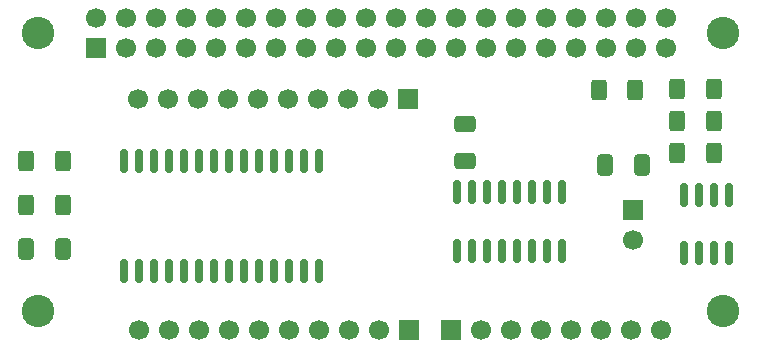
<source format=gts>
%TF.GenerationSoftware,KiCad,Pcbnew,9.0.2-9.0.2-0~ubuntu24.04.1*%
%TF.CreationDate,2025-07-08T16:58:14-04:00*%
%TF.ProjectId,GPIO_ADC_uHAT,4750494f-5f41-4444-935f-754841542e6b,rev?*%
%TF.SameCoordinates,Original*%
%TF.FileFunction,Soldermask,Top*%
%TF.FilePolarity,Negative*%
%FSLAX46Y46*%
G04 Gerber Fmt 4.6, Leading zero omitted, Abs format (unit mm)*
G04 Created by KiCad (PCBNEW 9.0.2-9.0.2-0~ubuntu24.04.1) date 2025-07-08 16:58:14*
%MOMM*%
%LPD*%
G01*
G04 APERTURE LIST*
G04 Aperture macros list*
%AMRoundRect*
0 Rectangle with rounded corners*
0 $1 Rounding radius*
0 $2 $3 $4 $5 $6 $7 $8 $9 X,Y pos of 4 corners*
0 Add a 4 corners polygon primitive as box body*
4,1,4,$2,$3,$4,$5,$6,$7,$8,$9,$2,$3,0*
0 Add four circle primitives for the rounded corners*
1,1,$1+$1,$2,$3*
1,1,$1+$1,$4,$5*
1,1,$1+$1,$6,$7*
1,1,$1+$1,$8,$9*
0 Add four rect primitives between the rounded corners*
20,1,$1+$1,$2,$3,$4,$5,0*
20,1,$1+$1,$4,$5,$6,$7,0*
20,1,$1+$1,$6,$7,$8,$9,0*
20,1,$1+$1,$8,$9,$2,$3,0*%
G04 Aperture macros list end*
%ADD10R,1.700000X1.700000*%
%ADD11C,1.700000*%
%ADD12RoundRect,0.250000X-0.400000X-0.625000X0.400000X-0.625000X0.400000X0.625000X-0.400000X0.625000X0*%
%ADD13RoundRect,0.150000X0.150000X-0.825000X0.150000X0.825000X-0.150000X0.825000X-0.150000X-0.825000X0*%
%ADD14RoundRect,0.250000X0.412500X0.650000X-0.412500X0.650000X-0.412500X-0.650000X0.412500X-0.650000X0*%
%ADD15C,2.750000*%
%ADD16RoundRect,0.150000X-0.150000X0.875000X-0.150000X-0.875000X0.150000X-0.875000X0.150000X0.875000X0*%
%ADD17RoundRect,0.250000X0.650000X-0.412500X0.650000X0.412500X-0.650000X0.412500X-0.650000X-0.412500X0*%
%ADD18RoundRect,0.250000X-0.412500X-0.650000X0.412500X-0.650000X0.412500X0.650000X-0.412500X0.650000X0*%
G04 APERTURE END LIST*
D10*
%TO.C,J3*%
X151860000Y-87550000D03*
D11*
X149320000Y-87550000D03*
X146780000Y-87550000D03*
X144240000Y-87550000D03*
X141700000Y-87550000D03*
X139160000Y-87550000D03*
X136620000Y-87550000D03*
X134080000Y-87550000D03*
X131540000Y-87550000D03*
X129000000Y-87550000D03*
%TD*%
D12*
%TO.C,R2*%
X174600000Y-72600000D03*
X177700000Y-72600000D03*
%TD*%
D13*
%TO.C,U3*%
X175160000Y-81100000D03*
X176430000Y-81100000D03*
X177700000Y-81100000D03*
X178970000Y-81100000D03*
X178970000Y-76150000D03*
X177700000Y-76150000D03*
X176430000Y-76150000D03*
X175160000Y-76150000D03*
%TD*%
D14*
%TO.C,C3*%
X171600000Y-73600000D03*
X168475000Y-73600000D03*
%TD*%
D12*
%TO.C,R6*%
X119450000Y-73250000D03*
X122550000Y-73250000D03*
%TD*%
%TO.C,R4*%
X174600000Y-69900000D03*
X177700000Y-69900000D03*
%TD*%
D15*
%TO.C,J1*%
X120500000Y-62450000D03*
X120500000Y-85950000D03*
X178500000Y-62450000D03*
X178500000Y-85950000D03*
D10*
X125370000Y-63740000D03*
D11*
X125370000Y-61200000D03*
X127910000Y-63740000D03*
X127910000Y-61200000D03*
X130450000Y-63740000D03*
X130450000Y-61200000D03*
X132990000Y-63740000D03*
X132990000Y-61200000D03*
X135530000Y-63740000D03*
X135530000Y-61200000D03*
X138070000Y-63740000D03*
X138070000Y-61200000D03*
X140610000Y-63740000D03*
X140610000Y-61200000D03*
X143150000Y-63740000D03*
X143150000Y-61200000D03*
X145690000Y-63740000D03*
X145690000Y-61200000D03*
X148230000Y-63740000D03*
X148230000Y-61200000D03*
X150770000Y-63740000D03*
X150770000Y-61200000D03*
X153310000Y-63740000D03*
X153310000Y-61200000D03*
X155850000Y-63740000D03*
X155850000Y-61200000D03*
X158390000Y-63740000D03*
X158390000Y-61200000D03*
X160930000Y-63740000D03*
X160930000Y-61200000D03*
X163470000Y-63740000D03*
X163470000Y-61200000D03*
X166010000Y-63740000D03*
X166010000Y-61200000D03*
X168550000Y-63740000D03*
X168550000Y-61200000D03*
X171090000Y-63740000D03*
X171090000Y-61200000D03*
X173630000Y-63740000D03*
X173630000Y-61200000D03*
%TD*%
D12*
%TO.C,R1*%
X167950000Y-67300000D03*
X171050000Y-67300000D03*
%TD*%
D10*
%TO.C,J2*%
X151830000Y-68050000D03*
D11*
X149290000Y-68050000D03*
X146750000Y-68050000D03*
X144210000Y-68050000D03*
X141670000Y-68050000D03*
X139130000Y-68050000D03*
X136590000Y-68050000D03*
X134050000Y-68050000D03*
X131510000Y-68050000D03*
X128970000Y-68050000D03*
%TD*%
D16*
%TO.C,U1*%
X144235000Y-73250000D03*
X142965000Y-73250000D03*
X141695000Y-73250000D03*
X140425000Y-73250000D03*
X139155000Y-73250000D03*
X137885000Y-73250000D03*
X136615000Y-73250000D03*
X135345000Y-73250000D03*
X134075000Y-73250000D03*
X132805000Y-73250000D03*
X131535000Y-73250000D03*
X130265000Y-73250000D03*
X128995000Y-73250000D03*
X127725000Y-73250000D03*
X127725000Y-82550000D03*
X128995000Y-82550000D03*
X130265000Y-82550000D03*
X131535000Y-82550000D03*
X132805000Y-82550000D03*
X134075000Y-82550000D03*
X135345000Y-82550000D03*
X136615000Y-82550000D03*
X137885000Y-82550000D03*
X139155000Y-82550000D03*
X140425000Y-82550000D03*
X141695000Y-82550000D03*
X142965000Y-82550000D03*
X144235000Y-82550000D03*
%TD*%
D12*
%TO.C,R3*%
X174600000Y-67200000D03*
X177700000Y-67200000D03*
%TD*%
D17*
%TO.C,C2*%
X156590000Y-73252500D03*
X156590000Y-70127500D03*
%TD*%
D10*
%TO.C,J4*%
X155430000Y-87550000D03*
D11*
X157970000Y-87550000D03*
X160510000Y-87550000D03*
X163050000Y-87550000D03*
X165590000Y-87550000D03*
X168130000Y-87550000D03*
X170670000Y-87550000D03*
X173210000Y-87550000D03*
%TD*%
D18*
%TO.C,C1*%
X119437500Y-80750000D03*
X122562500Y-80750000D03*
%TD*%
D10*
%TO.C,J5*%
X170800000Y-77400000D03*
D11*
X170800000Y-79940000D03*
%TD*%
D12*
%TO.C,R5*%
X119450000Y-77000000D03*
X122550000Y-77000000D03*
%TD*%
D13*
%TO.C,U4*%
X155955000Y-80875000D03*
X157225000Y-80875000D03*
X158495000Y-80875000D03*
X159765000Y-80875000D03*
X161035000Y-80875000D03*
X162305000Y-80875000D03*
X163575000Y-80875000D03*
X164845000Y-80875000D03*
X164845000Y-75925000D03*
X163575000Y-75925000D03*
X162305000Y-75925000D03*
X161035000Y-75925000D03*
X159765000Y-75925000D03*
X158495000Y-75925000D03*
X157225000Y-75925000D03*
X155955000Y-75925000D03*
%TD*%
M02*

</source>
